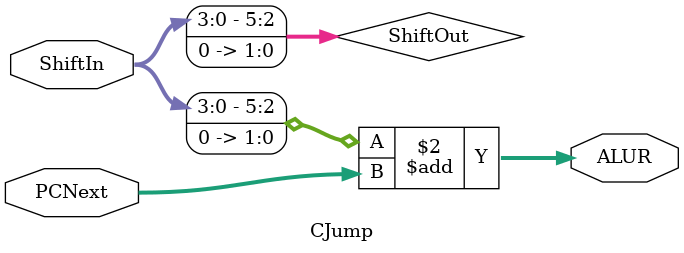
<source format=v>
`timescale 1ns / 1ps
module CJump
	#(parameter SH_IN_WIDTH = 8,
	parameter SH_OUT_WIDTH = 6,
	parameter PC_WIDTH = 6)
	(input [SH_IN_WIDTH-1:0] ShiftIn,
	input [PC_WIDTH-1:0] PCNext,
	output [SH_OUT_WIDTH-1:0] ALUR
    );

	wire [SH_OUT_WIDTH-1:0] ShiftOut;
	
	assign ShiftOut = ShiftIn << 2;
	assign ALUR = ShiftOut + PCNext;

endmodule

</source>
